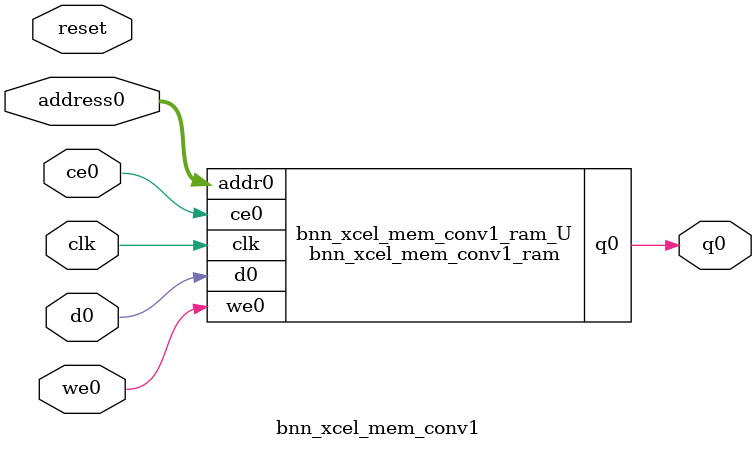
<source format=v>
`timescale 1 ns / 1 ps
module bnn_xcel_mem_conv1_ram (addr0, ce0, d0, we0, q0,  clk);

parameter DWIDTH = 1;
parameter AWIDTH = 13;
parameter MEM_SIZE = 5184;

input[AWIDTH-1:0] addr0;
input ce0;
input[DWIDTH-1:0] d0;
input we0;
output reg[DWIDTH-1:0] q0;
input clk;

(* ram_style = "block" *)reg [DWIDTH-1:0] ram[0:MEM_SIZE-1];




always @(posedge clk)  
begin 
    if (ce0) begin
        if (we0) 
            ram[addr0] <= d0; 
        q0 <= ram[addr0];
    end
end


endmodule

`timescale 1 ns / 1 ps
module bnn_xcel_mem_conv1(
    reset,
    clk,
    address0,
    ce0,
    we0,
    d0,
    q0);

parameter DataWidth = 32'd1;
parameter AddressRange = 32'd5184;
parameter AddressWidth = 32'd13;
input reset;
input clk;
input[AddressWidth - 1:0] address0;
input ce0;
input we0;
input[DataWidth - 1:0] d0;
output[DataWidth - 1:0] q0;



bnn_xcel_mem_conv1_ram bnn_xcel_mem_conv1_ram_U(
    .clk( clk ),
    .addr0( address0 ),
    .ce0( ce0 ),
    .we0( we0 ),
    .d0( d0 ),
    .q0( q0 ));

endmodule


</source>
